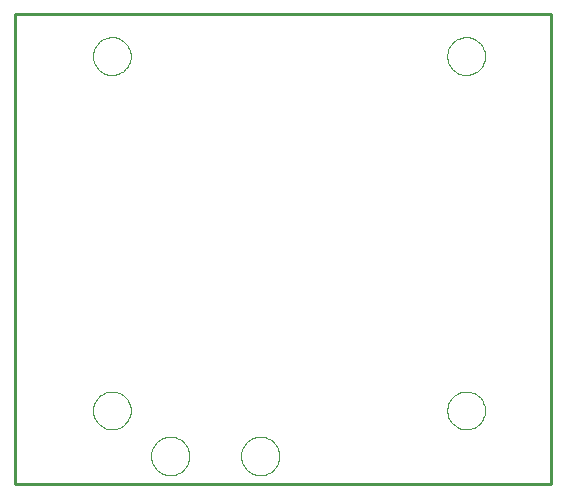
<source format=gbr>
G75*
G70*
%OFA0B0*%
%FSLAX24Y24*%
%IPPOS*%
%LPD*%
%AMOC8*
5,1,8,0,0,1.08239X$1,22.5*
%
%ADD10C,0.0100*%
%ADD11C,0.0000*%
D10*
X001864Y003033D02*
X001864Y018702D01*
X019738Y018702D01*
X019738Y003033D01*
X001864Y003033D01*
D11*
X004462Y005474D02*
X004465Y005531D01*
X004472Y005588D01*
X004485Y005644D01*
X004503Y005698D01*
X004526Y005751D01*
X004554Y005801D01*
X004586Y005849D01*
X004622Y005893D01*
X004662Y005934D01*
X004706Y005972D01*
X004752Y006005D01*
X004802Y006033D01*
X004854Y006057D01*
X004908Y006077D01*
X004964Y006091D01*
X005020Y006100D01*
X005078Y006104D01*
X005135Y006103D01*
X005192Y006096D01*
X005248Y006084D01*
X005303Y006068D01*
X005356Y006046D01*
X005407Y006020D01*
X005455Y005989D01*
X005501Y005954D01*
X005543Y005914D01*
X005581Y005872D01*
X005615Y005825D01*
X005645Y005776D01*
X005670Y005725D01*
X005690Y005671D01*
X005706Y005616D01*
X005716Y005560D01*
X005721Y005503D01*
X005721Y005445D01*
X005716Y005388D01*
X005706Y005332D01*
X005690Y005277D01*
X005670Y005223D01*
X005645Y005172D01*
X005615Y005123D01*
X005581Y005076D01*
X005543Y005034D01*
X005501Y004994D01*
X005455Y004959D01*
X005407Y004928D01*
X005356Y004902D01*
X005303Y004880D01*
X005248Y004864D01*
X005192Y004852D01*
X005135Y004845D01*
X005078Y004844D01*
X005020Y004848D01*
X004964Y004857D01*
X004908Y004871D01*
X004854Y004891D01*
X004802Y004915D01*
X004752Y004943D01*
X004706Y004976D01*
X004662Y005014D01*
X004622Y005055D01*
X004586Y005099D01*
X004554Y005147D01*
X004526Y005197D01*
X004503Y005250D01*
X004485Y005304D01*
X004472Y005360D01*
X004465Y005417D01*
X004462Y005474D01*
X006394Y003957D02*
X006397Y004015D01*
X006405Y004073D01*
X006418Y004130D01*
X006436Y004185D01*
X006459Y004238D01*
X006487Y004290D01*
X006520Y004338D01*
X006556Y004383D01*
X006597Y004425D01*
X006642Y004463D01*
X006689Y004496D01*
X006740Y004525D01*
X006792Y004550D01*
X006847Y004569D01*
X006904Y004584D01*
X006961Y004593D01*
X007019Y004597D01*
X007078Y004596D01*
X007136Y004589D01*
X007193Y004577D01*
X007248Y004560D01*
X007302Y004538D01*
X007354Y004511D01*
X007403Y004480D01*
X007449Y004444D01*
X007492Y004404D01*
X007530Y004361D01*
X007565Y004314D01*
X007595Y004264D01*
X007621Y004212D01*
X007642Y004158D01*
X007657Y004101D01*
X007668Y004044D01*
X007673Y003986D01*
X007673Y003928D01*
X007668Y003870D01*
X007657Y003813D01*
X007642Y003756D01*
X007621Y003702D01*
X007595Y003650D01*
X007565Y003600D01*
X007530Y003553D01*
X007492Y003510D01*
X007449Y003470D01*
X007403Y003434D01*
X007354Y003403D01*
X007302Y003376D01*
X007248Y003354D01*
X007193Y003337D01*
X007136Y003325D01*
X007078Y003318D01*
X007019Y003317D01*
X006961Y003321D01*
X006904Y003330D01*
X006847Y003345D01*
X006792Y003364D01*
X006740Y003389D01*
X006689Y003418D01*
X006642Y003451D01*
X006597Y003489D01*
X006556Y003531D01*
X006520Y003576D01*
X006487Y003624D01*
X006459Y003676D01*
X006436Y003729D01*
X006418Y003784D01*
X006405Y003841D01*
X006397Y003899D01*
X006394Y003957D01*
X009394Y003957D02*
X009397Y004015D01*
X009405Y004073D01*
X009418Y004130D01*
X009436Y004185D01*
X009459Y004238D01*
X009487Y004290D01*
X009520Y004338D01*
X009556Y004383D01*
X009597Y004425D01*
X009642Y004463D01*
X009689Y004496D01*
X009740Y004525D01*
X009792Y004550D01*
X009847Y004569D01*
X009904Y004584D01*
X009961Y004593D01*
X010019Y004597D01*
X010078Y004596D01*
X010136Y004589D01*
X010193Y004577D01*
X010248Y004560D01*
X010302Y004538D01*
X010354Y004511D01*
X010403Y004480D01*
X010449Y004444D01*
X010492Y004404D01*
X010530Y004361D01*
X010565Y004314D01*
X010595Y004264D01*
X010621Y004212D01*
X010642Y004158D01*
X010657Y004101D01*
X010668Y004044D01*
X010673Y003986D01*
X010673Y003928D01*
X010668Y003870D01*
X010657Y003813D01*
X010642Y003756D01*
X010621Y003702D01*
X010595Y003650D01*
X010565Y003600D01*
X010530Y003553D01*
X010492Y003510D01*
X010449Y003470D01*
X010403Y003434D01*
X010354Y003403D01*
X010302Y003376D01*
X010248Y003354D01*
X010193Y003337D01*
X010136Y003325D01*
X010078Y003318D01*
X010019Y003317D01*
X009961Y003321D01*
X009904Y003330D01*
X009847Y003345D01*
X009792Y003364D01*
X009740Y003389D01*
X009689Y003418D01*
X009642Y003451D01*
X009597Y003489D01*
X009556Y003531D01*
X009520Y003576D01*
X009487Y003624D01*
X009459Y003676D01*
X009436Y003729D01*
X009418Y003784D01*
X009405Y003841D01*
X009397Y003899D01*
X009394Y003957D01*
X016273Y005474D02*
X016276Y005531D01*
X016283Y005588D01*
X016296Y005644D01*
X016314Y005698D01*
X016337Y005751D01*
X016365Y005801D01*
X016397Y005849D01*
X016433Y005893D01*
X016473Y005934D01*
X016517Y005972D01*
X016563Y006005D01*
X016613Y006033D01*
X016665Y006057D01*
X016719Y006077D01*
X016775Y006091D01*
X016831Y006100D01*
X016889Y006104D01*
X016946Y006103D01*
X017003Y006096D01*
X017059Y006084D01*
X017114Y006068D01*
X017167Y006046D01*
X017218Y006020D01*
X017266Y005989D01*
X017312Y005954D01*
X017354Y005914D01*
X017392Y005872D01*
X017426Y005825D01*
X017456Y005776D01*
X017481Y005725D01*
X017501Y005671D01*
X017517Y005616D01*
X017527Y005560D01*
X017532Y005503D01*
X017532Y005445D01*
X017527Y005388D01*
X017517Y005332D01*
X017501Y005277D01*
X017481Y005223D01*
X017456Y005172D01*
X017426Y005123D01*
X017392Y005076D01*
X017354Y005034D01*
X017312Y004994D01*
X017266Y004959D01*
X017218Y004928D01*
X017167Y004902D01*
X017114Y004880D01*
X017059Y004864D01*
X017003Y004852D01*
X016946Y004845D01*
X016889Y004844D01*
X016831Y004848D01*
X016775Y004857D01*
X016719Y004871D01*
X016665Y004891D01*
X016613Y004915D01*
X016563Y004943D01*
X016517Y004976D01*
X016473Y005014D01*
X016433Y005055D01*
X016397Y005099D01*
X016365Y005147D01*
X016337Y005197D01*
X016314Y005250D01*
X016296Y005304D01*
X016283Y005360D01*
X016276Y005417D01*
X016273Y005474D01*
X016273Y017285D02*
X016276Y017342D01*
X016283Y017399D01*
X016296Y017455D01*
X016314Y017509D01*
X016337Y017562D01*
X016365Y017612D01*
X016397Y017660D01*
X016433Y017704D01*
X016473Y017745D01*
X016517Y017783D01*
X016563Y017816D01*
X016613Y017844D01*
X016665Y017868D01*
X016719Y017888D01*
X016775Y017902D01*
X016831Y017911D01*
X016889Y017915D01*
X016946Y017914D01*
X017003Y017907D01*
X017059Y017895D01*
X017114Y017879D01*
X017167Y017857D01*
X017218Y017831D01*
X017266Y017800D01*
X017312Y017765D01*
X017354Y017725D01*
X017392Y017683D01*
X017426Y017636D01*
X017456Y017587D01*
X017481Y017536D01*
X017501Y017482D01*
X017517Y017427D01*
X017527Y017371D01*
X017532Y017314D01*
X017532Y017256D01*
X017527Y017199D01*
X017517Y017143D01*
X017501Y017088D01*
X017481Y017034D01*
X017456Y016983D01*
X017426Y016934D01*
X017392Y016887D01*
X017354Y016845D01*
X017312Y016805D01*
X017266Y016770D01*
X017218Y016739D01*
X017167Y016713D01*
X017114Y016691D01*
X017059Y016675D01*
X017003Y016663D01*
X016946Y016656D01*
X016889Y016655D01*
X016831Y016659D01*
X016775Y016668D01*
X016719Y016682D01*
X016665Y016702D01*
X016613Y016726D01*
X016563Y016754D01*
X016517Y016787D01*
X016473Y016825D01*
X016433Y016866D01*
X016397Y016910D01*
X016365Y016958D01*
X016337Y017008D01*
X016314Y017061D01*
X016296Y017115D01*
X016283Y017171D01*
X016276Y017228D01*
X016273Y017285D01*
X004462Y017285D02*
X004465Y017342D01*
X004472Y017399D01*
X004485Y017455D01*
X004503Y017509D01*
X004526Y017562D01*
X004554Y017612D01*
X004586Y017660D01*
X004622Y017704D01*
X004662Y017745D01*
X004706Y017783D01*
X004752Y017816D01*
X004802Y017844D01*
X004854Y017868D01*
X004908Y017888D01*
X004964Y017902D01*
X005020Y017911D01*
X005078Y017915D01*
X005135Y017914D01*
X005192Y017907D01*
X005248Y017895D01*
X005303Y017879D01*
X005356Y017857D01*
X005407Y017831D01*
X005455Y017800D01*
X005501Y017765D01*
X005543Y017725D01*
X005581Y017683D01*
X005615Y017636D01*
X005645Y017587D01*
X005670Y017536D01*
X005690Y017482D01*
X005706Y017427D01*
X005716Y017371D01*
X005721Y017314D01*
X005721Y017256D01*
X005716Y017199D01*
X005706Y017143D01*
X005690Y017088D01*
X005670Y017034D01*
X005645Y016983D01*
X005615Y016934D01*
X005581Y016887D01*
X005543Y016845D01*
X005501Y016805D01*
X005455Y016770D01*
X005407Y016739D01*
X005356Y016713D01*
X005303Y016691D01*
X005248Y016675D01*
X005192Y016663D01*
X005135Y016656D01*
X005078Y016655D01*
X005020Y016659D01*
X004964Y016668D01*
X004908Y016682D01*
X004854Y016702D01*
X004802Y016726D01*
X004752Y016754D01*
X004706Y016787D01*
X004662Y016825D01*
X004622Y016866D01*
X004586Y016910D01*
X004554Y016958D01*
X004526Y017008D01*
X004503Y017061D01*
X004485Y017115D01*
X004472Y017171D01*
X004465Y017228D01*
X004462Y017285D01*
M02*

</source>
